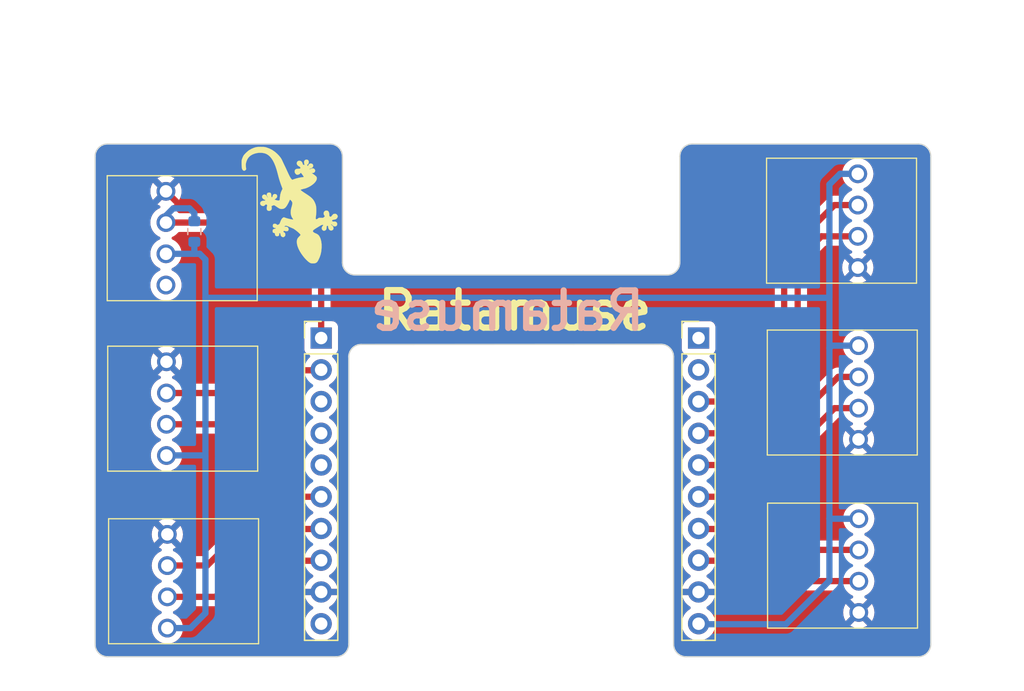
<source format=kicad_pcb>
(kicad_pcb (version 20221018) (generator pcbnew)
  (layers (0 "F.Cu" signal) (31 "B.Cu" signal) (34 "B.Paste" user) (35 "F.Paste" user) (36 "B.SilkS" user "B.Silkscreen") (37 "F.SilkS" user "F.Silkscreen") (38 "B.Mask" user) (39 "F.Mask" user) (44 "Edge.Cuts" user))
  (net 0 "")
  (net 4 "IO_37")
  (net 5 "IO_36")
  (net 7 "IO_48")
  (net 8 "IO_47")
  (net 9 "IO_21")
  (net 10 "GND")
  (net 12 "IO_09")
  (net 13 "IO_10")
  (net 14 "IO_11")
  (net 15 "IO_12")
  (net 16 "IO_13")
  (net 17 "IO_14")
  (net 18 "PMU_DC_DC5")
  (footprint "Empreintes:1989764" (layer "F.Cu") (at 168.32 105.46 90)
    (fp_text reference "J3" hide)
    (fp_text value "Conn_01x04" hide)
    (fp_line (start -1.25 -7.3) (end 8.75 -7.3) (stroke (width 0.1)) (layer "F.SilkS"))
    (fp_line (start -1.25 4.7) (end -1.25 -7.3) (stroke (width 0.1)) (layer "F.SilkS"))
    (fp_line (start 8.75 -7.3) (end 8.75 4.7) (stroke (width 0.1)) (layer "F.SilkS"))
    (fp_line (start 8.75 4.7) (end -1.25 4.7) (stroke (width 0.1)) (layer "F.SilkS"))
    (pad "1" thru_hole circle (at 0 0 90) (size 1.5 1.5) (drill 1) (layers "*.Cu" "*.Mask") (net 10 "GND"))
    (pad "2" thru_hole circle (at 2.5 0 90) (size 1.5 1.5) (drill 1) (layers "*.Cu" "*.Mask") (net 17 "IO_14"))
    (pad "3" thru_hole circle (at 5 0 90) (size 1.5 1.5) (drill 1) (layers "*.Cu" "*.Mask") (net 16 "IO_13"))
    (pad "4" thru_hole circle (at 7.5 0 90) (size 1.5 1.5) (drill 1) (layers "*.Cu" "*.Mask") (net 18 "PMU_DC_DC5"))
  )
  (footprint "Connector_PinHeader_2.54mm:PinHeader_1x10_P2.54mm_Vertical" (layer "F.Cu") (at 125.3 83.5)
    (fp_text reference "J1" hide)
    (fp_text value "Conn_01x10" hide)
    (fp_line (start -1.33 -1.33) (end 0 -1.33) (stroke (width 0.12)) (layer "F.SilkS"))
    (fp_line (start -1.33 0) (end -1.33 -1.33) (stroke (width 0.12)) (layer "F.SilkS"))
    (fp_line (start -1.33 1.27) (end -1.33 24.19) (stroke (width 0.12)) (layer "F.SilkS"))
    (fp_line (start -1.33 1.27) (end 1.33 1.27) (stroke (width 0.12)) (layer "F.SilkS"))
    (fp_line (start -1.33 24.19) (end 1.33 24.19) (stroke (width 0.12)) (layer "F.SilkS"))
    (fp_line (start 1.33 1.27) (end 1.33 24.19) (stroke (width 0.12)) (layer "F.SilkS"))
    (pad "1" thru_hole rect (at 0 0) (size 1.7 1.7) (drill 1) (layers "*.Cu" "*.Mask") (net 4 "IO_37"))
    (pad "2" thru_hole oval (at 0 2.54) (size 1.7 1.7) (drill 1) (layers "*.Cu" "*.Mask") (net 5 "IO_36"))
    (pad "3" thru_hole oval (at 0 5.08) (size 1.7 1.7) (drill 1) (layers "*.Cu" "*.Mask"))
    (pad "4" thru_hole oval (at 0 7.62) (size 1.7 1.7) (drill 1) (layers "*.Cu" "*.Mask"))
    (pad "5" thru_hole oval (at 0 10.16) (size 1.7 1.7) (drill 1) (layers "*.Cu" "*.Mask"))
    (pad "6" thru_hole oval (at 0 12.7) (size 1.7 1.7) (drill 1) (layers "*.Cu" "*.Mask") (net 7 "IO_48"))
    (pad "7" thru_hole oval (at 0 15.24) (size 1.7 1.7) (drill 1) (layers "*.Cu" "*.Mask") (net 8 "IO_47"))
    (pad "8" thru_hole oval (at 0 17.78) (size 1.7 1.7) (drill 1) (layers "*.Cu" "*.Mask") (net 9 "IO_21"))
    (pad "9" thru_hole oval (at 0 20.32) (size 1.7 1.7) (drill 1) (layers "*.Cu" "*.Mask") (net 10 "GND"))
    (pad "10" thru_hole oval (at 0 22.86) (size 1.7 1.7) (drill 1) (layers "*.Cu" "*.Mask"))
  )
  (footprint "Connector_PinHeader_2.54mm:PinHeader_1x10_P2.54mm_Vertical" (layer "F.Cu") (at 155.5 83.5)
    (fp_text reference " " hide)
    (fp_text value "Conn_01x10" hide)
    (fp_line (start -1.33 -1.33) (end 0 -1.33) (stroke (width 0.12)) (layer "F.SilkS"))
    (fp_line (start -1.33 0) (end -1.33 -1.33) (stroke (width 0.12)) (layer "F.SilkS"))
    (fp_line (start -1.33 1.27) (end -1.33 24.19) (stroke (width 0.12)) (layer "F.SilkS"))
    (fp_line (start -1.33 1.27) (end 1.33 1.27) (stroke (width 0.12)) (layer "F.SilkS"))
    (fp_line (start -1.33 24.19) (end 1.33 24.19) (stroke (width 0.12)) (layer "F.SilkS"))
    (fp_line (start 1.33 1.27) (end 1.33 24.19) (stroke (width 0.12)) (layer "F.SilkS"))
    (pad "1" thru_hole rect (at 0 0) (size 1.7 1.7) (drill 1) (layers "*.Cu" "*.Mask"))
    (pad "2" thru_hole oval (at 0 2.54) (size 1.7 1.7) (drill 1) (layers "*.Cu" "*.Mask"))
    (pad "3" thru_hole oval (at 0 5.08) (size 1.7 1.7) (drill 1) (layers "*.Cu" "*.Mask") (net 12 "IO_09"))
    (pad "4" thru_hole oval (at 0 7.62) (size 1.7 1.7) (drill 1) (layers "*.Cu" "*.Mask") (net 13 "IO_10"))
    (pad "5" thru_hole oval (at 0 10.16) (size 1.7 1.7) (drill 1) (layers "*.Cu" "*.Mask") (net 14 "IO_11"))
    (pad "6" thru_hole oval (at 0 12.7) (size 1.7 1.7) (drill 1) (layers "*.Cu" "*.Mask") (net 15 "IO_12"))
    (pad "7" thru_hole oval (at 0 15.24) (size 1.7 1.7) (drill 1) (layers "*.Cu" "*.Mask") (net 16 "IO_13"))
    (pad "8" thru_hole oval (at 0 17.78) (size 1.7 1.7) (drill 1) (layers "*.Cu" "*.Mask") (net 17 "IO_14"))
    (pad "9" thru_hole oval (at 0 20.32) (size 1.7 1.7) (drill 1) (layers "*.Cu" "*.Mask") (net 10 "GND"))
    (pad "10" thru_hole oval (at 0 22.86) (size 1.7 1.7) (drill 1) (layers "*.Cu" "*.Mask") (net 18 "PMU_DC_DC5"))
  )
  (footprint "Empreintes:1989764" (layer "F.Cu") (at 168.24 77.86 90)
    (fp_text reference "J8" hide)
    (fp_text value "Conn_01x04" hide)
    (fp_line (start -1.25 -7.3) (end 8.75 -7.3) (stroke (width 0.1)) (layer "F.SilkS"))
    (fp_line (start -1.25 4.7) (end -1.25 -7.3) (stroke (width 0.1)) (layer "F.SilkS"))
    (fp_line (start 8.75 -7.3) (end 8.75 4.7) (stroke (width 0.1)) (layer "F.SilkS"))
    (fp_line (start 8.75 4.7) (end -1.25 4.7) (stroke (width 0.1)) (layer "F.SilkS"))
    (pad "1" thru_hole circle (at 0 0 90) (size 1.5 1.5) (drill 1) (layers "*.Cu" "*.Mask") (net 10 "GND"))
    (pad "2" thru_hole circle (at 2.5 0 90) (size 1.5 1.5) (drill 1) (layers "*.Cu" "*.Mask") (net 13 "IO_10"))
    (pad "3" thru_hole circle (at 5 0 90) (size 1.5 1.5) (drill 1) (layers "*.Cu" "*.Mask") (net 12 "IO_09"))
    (pad "4" thru_hole circle (at 7.5 0 90) (size 1.5 1.5) (drill 1) (layers "*.Cu" "*.Mask") (net 18 "PMU_DC_DC5"))
  )
  (footprint "Empreintes:Logo Ratamuse petit" (layer "F.Cu") (at 122.77 72.87 -90)
    (fp_text reference "G***" hide)
    (fp_text value "LOGO" hide)
    (fp_poly (pts (xy 0.92646 -3.851012) (xy 0.975375 -3.832231) (xy 0.987492 -3.826616) (xy 1.058472 -3.784073) (xy 1.106502 -3.730504) (xy 1.136346 -3.658484) (xy 1.151705 -3.570758) (xy 1.167345 -3.481455) (xy 1.191309 -3.424492) (xy 1.223965 -3.399294) (xy 1.258561 -3.402319) (xy 1.292456 -3.429892) (xy 1.309071 -3.482501) (xy 1.309054 -3.562421) (xy 1.307769 -3.57584) (xy 1.306864 -3.63889) (xy 1.322749 -3.690264) (xy 1.337045 -3.715754) (xy 1.375571 -3.767554) (xy 1.418141 -3.796553) (xy 1.476004 -3.808549) (xy 1.519935 -3.81) (xy 1.595565 -3.798401) (xy 1.650068 -3.761526) (xy 1.687909 -3.696257) (xy 1.689711 -3.691467) (xy 1.702535 -3.613164) (xy 1.682362 -3.536303) (xy 1.628822 -3.459754) (xy 1.606455 -3.436926) (xy 1.552926 -3.381196) (xy 1.527514 -3.343425) (xy 1.529958 -3.323084) (xy 1.548316 -3.318934) (xy 1.570805 -3.332555) (xy 1.598674 -3.366823) (xy 1.609263 -3.384109) (xy 1.665758 -3.450716) (xy 1.720866 -3.485709) (xy 1.810631 -3.5166) (xy 1.888322 -3.516699) (xy 1.952792 -3.486223) (xy 1.998062 -3.433656) (xy 2.02699 -3.358816) (xy 2.025069 -3.285729) (xy 1.995235 -3.21849) (xy 1.940422 -3.161195) (xy 1.863568 -3.117939) (xy 1.767608 -3.092819) (xy 1.752372 -3.090934) (xy 1.690531 -3.083164) (xy 1.656875 -3.073167) (xy 1.645841 -3.055925) (xy 1.651863 -3.026419) (xy 1.659047 -3.00677) (xy 1.670194 -2.983812) (xy 1.687404 -2.970788) (xy 1.719244 -2.964904) (xy 1.77428 -2.963367) (xy 1.79223 -2.963334) (xy 1.881368 -2.956534) (xy 1.946379 -2.933592) (xy 1.994679 -2.890691) (xy 2.023871 -2.844146) (xy 2.046389 -2.769569) (xy 2.035977 -2.699793) (xy 1.993526 -2.637877) (xy 1.954658 -2.606825) (xy 1.8809 -2.577207) (xy 1.800502 -2.577197) (xy 1.720594 -2.605461) (xy 1.648303 -2.660667) (xy 1.644305 -2.66487) (xy 1.609404 -2.692939) (xy 1.585699 -2.693738) (xy 1.57337 -2.672025) (xy 1.572598 -2.632556) (xy 1.583563 -2.580085) (xy 1.606445 -2.51937) (xy 1.63664 -2.462804) (xy 1.67646 -2.397644) (xy 1.724071 -2.319187) (xy 1.7699 -2.243213) (xy 1.774712 -2.2352) (xy 1.840555 -2.126879) (xy 1.892918 -2.044241) (xy 1.934628 -1.98329) (xy 1.968515 -1.94003) (xy 1.997406 -1.910464) (xy 2.013712 -1.897498) (xy 2.055977 -1.870982) (xy 2.087413 -1.866258) (xy 2.121452 -1.884144) (xy 2.148271 -1.905696) (xy 2.190947 -1.95788) (xy 2.234431 -2.042972) (xy 2.252589 -2.087729) (xy 2.302417 -2.196538) (xy 2.363114 -2.284816) (xy 2.439874 -2.357019) (xy 2.537891 -2.417604) (xy 2.66236 -2.471025) (xy 2.724657 -2.492688) (xy 2.914117 -2.539861) (xy 3.127793 -2.564646) (xy 3.364438 -2.566986) (xy 3.622803 -2.546821) (xy 3.691466 -2.538145) (xy 3.92602 -2.490424) (xy 4.161181 -2.41168) (xy 4.390828 -2.30408) (xy 4.456088 -2.267456) (xy 4.519904 -2.227244) (xy 4.562569 -2.190755) (xy 4.594 -2.148243) (xy 4.612721 -2.113537) (xy 4.635092 -2.06333) (xy 4.648421 -2.015655) (xy 4.654885 -1.958662) (xy 4.656661 -1.880505) (xy 4.656666 -1.874413) (xy 4.655513 -1.797909) (xy 4.650302 -1.743045) (xy 4.638404 -1.697628) (xy 4.617191 -1.64946) (xy 4.601726 -1.619504) (xy 4.555867 -1.548825) (xy 4.48703 -1.46405) (xy 4.400149 -1.37027) (xy 4.300152 -1.272576) (xy 4.191972 -1.176058) (xy 4.097372 -1.098826) (xy 3.887221 -0.945922) (xy 3.682151 -0.818626) (xy 3.484066 -0.717727) (xy 3.294865 -0.644017) (xy 3.11645 -0.598286) (xy 2.950723 -0.581324) (xy 2.861733 -0.584924) (xy 2.765504 -0.600731) (xy 2.683938 -0.630344) (xy 2.60751 -0.678751) (xy 2.526694 -0.750938) (xy 2.507551 -0.770329) (xy 2.457724 -0.819198) (xy 2.414697 -0.856952) (xy 2.385055 -0.878) (xy 2.377734 -0.880534) (xy 2.344605 -0.866645) (xy 2.293979 -0.825791) (xy 2.227137 -0.75919) (xy 2.14536 -0.668059) (xy 2.108374 -0.624559) (xy 2.05316 -0.556599) (xy 1.998214 -0.485243) (xy 1.947627 -0.416248) (xy 1.905489 -0.355367) (xy 1.875892 -0.308357) (xy 1.862924 -0.280973) (xy 1.862666 -0.27884) (xy 1.856091 -0.261319) (xy 1.837929 -0.218346) (xy 1.810527 -0.155338) (xy 1.776231 -0.077713) (xy 1.7526 -0.024764) (xy 1.702547 0.090843) (xy 1.668102 0.181135) (xy 1.648516 0.250454) (xy 1.64304 0.303138) (xy 1.650926 0.34353) (xy 1.671426 0.37597) (xy 1.681691 0.386483) (xy 1.720849 0.423271) (xy 1.72085 0.313059) (xy 1.728286 0.224259) (xy 1.752943 0.16056) (xy 1.798339 0.116089) (xy 1.854948 0.089343) (xy 1.91654 0.074884) (xy 1.973467 0.080969) (xy 1.982644 0.083509) (xy 2.037192 0.111791) (xy 2.069947 0.15973) (xy 2.081552 0.22965) (xy 2.072652 0.323875) (xy 2.062668 0.372498) (xy 2.052122 0.42563) (xy 2.052019 0.455759) (xy 2.062742 0.47222) (xy 2.066901 0.475131) (xy 2.113089 0.490281) (xy 2.150364 0.475897) (xy 2.166848 0.450359) (xy 2.203402 0.388756) (xy 2.258674 0.35241) (xy 2.336671 0.338879) (xy 2.350152 0.338666) (xy 2.407636 0.341263) (xy 2.446588 0.352959) (xy 2.482188 0.37961) (xy 2.499359 0.396239) (xy 2.539989 0.446049) (xy 2.555972 0.493555) (xy 2.55687 0.510539) (xy 2.541112 0.586529) (xy 2.497993 0.651158) (xy 2.433473 0.699106) (xy 2.353515 0.725051) (xy 2.313074 0.728133) (xy 2.273157 0.731246) (xy 2.252627 0.738926) (xy 2.251902 0.740833) (xy 2.247723 0.765803) (xy 2.24146 0.791633) (xy 2.237961 0.813265) (xy 2.247243 0.824638) (xy 2.27658 0.829033) (xy 2.325968 0.829733) (xy 2.392831 0.835518) (xy 2.43661 0.856848) (xy 2.463738 0.899684) (xy 2.480644 0.96999) (xy 2.481231 0.973666) (xy 2.483889 1.028285) (xy 2.468034 1.07456) (xy 2.451883 1.100666) (xy 2.423701 1.136807) (xy 2.393882 1.155398) (xy 2.348846 1.163348) (xy 2.325482 1.164983) (xy 2.274209 1.169471) (xy 2.247013 1.179073) (xy 2.234115 1.199672) (xy 2.22844 1.223365) (xy 2.208357 1.291578) (xy 2.177029 1.332161) (xy 2.127429 1.351089) (xy 2.073942 1.354666) (xy 2.008946 1.350516) (xy 1.966853 1.336301) (xy 1.948432 1.321899) (xy 1.922712 1.283186) (xy 1.89883 1.227) (xy 1.882898 1.169463) (xy 1.879694 1.140578) (xy 1.865973 1.118497) (xy 1.852815 1.110945) (xy 1.821548 1.101455) (xy 1.815824 1.108673) (xy 1.821012 1.118698) (xy 1.827189 1.155426) (xy 1.817023 1.206548) (xy 1.794275 1.259203) (xy 1.769961 1.293337) (xy 1.736401 1.321869) (xy 1.696487 1.334941) (xy 1.645217 1.337733) (xy 1.567941 1.32754) (xy 1.515919 1.297754) (xy 1.490978 1.249567) (xy 1.489273 1.236133) (xy 1.487624 1.156583) (xy 1.497299 1.098872) (xy 1.520964 1.052097) (xy 1.540206 1.027881) (xy 1.59028 0.97085) (xy 1.553851 0.896058) (xy 1.532832 0.854307) (xy 1.51368 0.825845) (xy 1.488693 0.804835) (xy 1.450168 0.785438) (xy 1.390402 0.761816) (xy 1.363133 0.751505) (xy 1.237982 0.700638) (xy 1.142308 0.653099) (xy 1.072208 0.606495) (xy 1.023777 0.558435) (xy 1.006246 0.532731) (xy 0.96457 0.461617) (xy 1.024564 0.285842) (xy 1.047079 0.213478) (xy 1.070408 0.127626) (xy 1.093109 0.035034) (xy 1.11374 -0.057546) (xy 1.13086 -0.143365) (xy 1.143027 -0.215671) (xy 1.1488 -0.267715) (xy 1.147687 -0.290739) (xy 1.132549 -0.290619) (xy 1.098855 -0.272892) (xy 1.058334 -0.244657) (xy 0.927261 -0.165699) (xy 0.778812 -0.114914) (xy 0.614902 -0.092637) (xy 0.437444 -0.099205) (xy 0.328284 -0.116519) (xy 0.25854 -0.131324) (xy 0.200839 -0.145028) (xy 0.163704 -0.15554) (xy 0.155583 -0.1589) (xy 0.131684 -0.16729) (xy 0.083144 -0.180204) (xy 0.018516 -0.195444) (xy -0.015386 -0.20287) (xy -0.089834 -0.218023) (xy -0.141291 -0.22553) (xy -0.17969 -0.22568) (xy -0.214964 -0.218763) (xy -0.244082 -0.209542) (xy -0.291274 -0.186126) (xy -0.342774 -0.149623) (xy -0.390292 -0.107439) (xy -0.425537 -0.066978) (xy -0.440221 -0.035645) (xy -0.440267 -0.034303) (xy -0.425888 -0.018407) (xy -0.3937 -0.004718) (xy -0.361616 0.007775) (xy -0.306715 0.03265) (xy -0.236158 0.066534) (xy -0.157106 0.106054) (xy -0.140799 0.114393) (xy 0.001475 0.192989) (xy 0.113031 0.268169) (xy 0.196378 0.343078) (xy 0.254024 0.420863) (xy 0.288476 0.504669) (xy 0.302242 0.597642) (xy 0.301005 0.668597) (xy 0.29501 0.717501) (xy 0.282535 0.765306) (xy 0.260938 0.81719) (xy 0.227574 0.878332) (xy 0.179802 0.953911) (xy 0.114978 1.049105) (xy 0.084833 1.0922) (xy 0.046462 1.150434) (xy 0.017227 1.201746) (xy 0.001924 1.237456) (xy 0.000752 1.244272) (xy 0.00663 1.278075) (xy 0.022554 1.32933) (xy 0.037202 1.36757) (xy 0.061512 1.41973) (xy 0.081013 1.444115) (xy 0.099729 1.445646) (xy 0.100702 1.445218) (xy 0.157084 1.430324) (xy 0.228525 1.425736) (xy 0.299348 1.431313) (xy 0.353875 1.446917) (xy 0.354965 1.447471) (xy 0.406762 1.49073) (xy 0.44002 1.551708) (xy 0.454335 1.621732) (xy 0.449303 1.692132) (xy 0.424523 1.754237) (xy 0.37959 1.799375) (xy 0.371538 1.803914) (xy 0.30122 1.824274) (xy 0.210045 1.825954) (xy 0.105418 1.808931) (xy 0.088919 1.804736) (xy 0.037209 1.791897) (xy 0.00691 1.789795) (xy -0.013226 1.800209) (xy -0.033848 1.824154) (xy -0.05747 1.859022) (xy -0.067721 1.883739) (xy -0.067734 1.884223) (xy -0.057032 1.904969) (xy -0.029324 1.941197) (xy 0 1.974694) (xy 0.040315 2.022724) (xy 0.060764 2.062133) (xy 0.067439 2.10605) (xy 0.06767 2.120521) (xy 0.053365 2.205384) (xy 0.014093 2.275001) (xy -0.044925 2.324442) (xy -0.118469 2.348776) (xy -0.173754 2.348514) (xy -0.246324 2.3257) (xy -0.300161 2.278262) (xy -0.336227 2.204613) (xy -0.355482 2.103164) (xy -0.35909 2.042125) (xy -0.363017 1.985595) (xy -0.372706 1.954887) (xy -0.390708 1.942109) (xy -0.391484 1.941899) (xy -0.416435 1.945897) (xy -0.431073 1.977987) (xy -0.431744 1.980944) (xy -0.456902 2.041854) (xy -0.501601 2.105771) (xy -0.555851 2.15913) (xy -0.571155 2.170176) (xy -0.620617 2.19126) (xy -0.67817 2.201124) (xy -0.68324 2.201221) (xy -0.748269 2.186045) (xy -0.802292 2.145719) (xy -0.840431 2.088403) (xy -0.857809 2.022253) (xy -0.849546 1.955428) (xy -0.841433 1.93665) (xy -0.810845 1.889157) (xy -0.768792 1.849008) (xy -0.706364 1.808271) (xy -0.681567 1.79433) (xy -0.639643 1.768716) (xy -0.613701 1.747852) (xy -0.609601 1.741015) (xy -0.612447 1.730152) (xy -0.625047 1.730961) (xy -0.653494 1.745792) (xy -0.703879 1.776997) (xy -0.705461 1.778) (xy -0.772986 1.814323) (xy -0.830026 1.826923) (xy -0.888646 1.817343) (xy -0.920494 1.805482) (xy -0.974915 1.765591) (xy -1.006148 1.702028) (xy -1.013366 1.616555) (xy -1.012855 1.608459) (xy -1.001794 1.551867) (xy -0.975099 1.511384) (xy -0.928073 1.484031) (xy -0.856016 1.466825) (xy -0.776167 1.458288) (xy -0.706667 1.452294) (xy -0.664434 1.445636) (xy -0.642897 1.436276) (xy -0.635484 1.422181) (xy -0.635001 1.414567) (xy -0.638642 1.395976) (xy -0.653732 1.381787) (xy -0.686517 1.369145) (xy -0.743243 1.355194) (xy -0.783692 1.346595) (xy -0.828993 1.322044) (xy -0.867893 1.275016) (xy -0.892612 1.216872) (xy -0.897404 1.180556) (xy -0.884057 1.097785) (xy -0.846365 1.036396) (xy -0.788221 0.99941) (xy -0.713521 0.98985) (xy -0.662739 0.998437) (xy -0.620869 1.014101) (xy -0.583097 1.040254) (xy -0.542873 1.082881) (xy -0.493645 1.147962) (xy -0.483762 1.1619) (xy -0.451056 1.208315) (xy -0.411795 1.091926) (xy -0.385222 0.995143) (xy -0.37391 0.910877) (xy -0.378249 0.845209) (xy -0.393701 0.80958) (xy -0.412218 0.796935) (xy -0.448226 0.787283) (xy -0.506809 0.779771) (xy -0.593055 0.773546) (xy -0.616195 0.772268) (xy -0.836018 0.745047) (xy -1.041922 0.687696) (xy -1.217088 0.609018) (xy -1.30811 0.559759) (xy -1.598088 0.66754) (xy -1.760235 0.725974) (xy -1.919086 0.779128) (xy -2.082957 0.829517) (xy -2.260164 0.879652) (xy -2.459022 0.932046) (xy -2.548467 0.954695) (xy -2.847834 1.03693) (xy -3.11467 1.125507) (xy -3.349797 1.220883) (xy -3.554037 1.323514) (xy -3.728211 1.433857) (xy -3.873139 1.552367) (xy -3.989644 1.679503) (xy -4.070359 1.800753) (xy -4.120835 1.904781) (xy -4.156617 2.013497) (xy -4.180171 2.13645) (xy -4.193667 2.278355) (xy -4.192259 2.454382) (xy -4.168019 2.631517) (xy -4.123082 2.803058) (xy -4.059584 2.962301) (xy -3.979661 3.102546) (xy -3.898934 3.203357) (xy -3.794909 3.298838) (xy -3.682522 3.373024) (xy -3.552354 3.431436) (xy -3.456125 3.462869) (xy -3.382584 3.482494) (xy -3.316107 3.49514) (xy -3.248862 3.501038) (xy -3.173015 3.500415) (xy -3.080733 3.4935) (xy -2.964184 3.480523) (xy -2.94254 3.477872) (xy -2.890758 3.474019) (xy -2.856481 3.481986) (xy -2.824057 3.506698) (xy -2.811307 3.519155) (xy -2.769196 3.580111) (xy -2.758535 3.642999) (xy -2.777563 3.703119) (xy -2.824518 3.755767) (xy -2.89764 3.796242) (xy -2.917697 3.803247) (xy -2.969805 3.814132) (xy -3.047585 3.823424) (xy -3.142871 3.830822) (xy -3.247493 3.836025) (xy -3.353283 3.838729) (xy -3.452073 3.838635) (xy -3.535693 3.835438) (xy -3.595976 3.828839) (xy -3.598334 3.828395) (xy -3.679304 3.806817) (xy -3.775029 3.772629) (xy -3.871703 3.731422) (xy -3.955522 3.68879) (xy -3.981463 3.673167) (xy -4.040405 3.62852) (xy -4.112544 3.56356) (xy -4.191115 3.485327) (xy -4.269353 3.400866) (xy -4.340491 3.31722) (xy -4.397765 3.24143) (xy -4.401693 3.2357) (xy -4.504773 3.058687) (xy -4.588026 2.863092) (xy -4.626114 2.742068) (xy -4.640597 2.685213) (xy -4.650996 2.632234) (xy -4.657936 2.575787) (xy -4.66204 2.50853) (xy -4.663935 2.423119) (xy -4.664245 2.312211) (xy -4.664198 2.294466) (xy -4.663506 2.182647) (xy -4.661709 2.097422) (xy -4.658055 2.031519) (xy -4.651789 1.977668) (xy -4.642158 1.928597) (xy -4.628406 1.877035) (xy -4.616967 1.838953) (xy -4.526549 1.596139) (xy -4.409407 1.371686) (xy -4.26338 1.161959) (xy -4.111537 0.989039) (xy -3.968654 0.850044) (xy -3.835055 0.738839) (xy -3.706456 0.652186) (xy -3.5814 0.588071) (xy -3.513588 0.557732) (xy -3.426146 0.517478) (xy -3.329844 0.472318) (xy -3.235452 0.427266) (xy -3.2258 0.422606) (xy -3.136492 0.379641) (xy -3.04828 0.337575) (xy -2.970378 0.30078) (xy -2.912004 0.273627) (xy -2.904067 0.270003) (xy -2.729851 0.190477) (xy -2.583833 0.122954) (xy -2.463144 0.065967) (xy -2.364909 0.018045) (xy -2.286257 -0.022279) (xy -2.224316 -0.056474) (xy -2.176214 -0.08601) (xy -2.139078 -0.112355) (xy -2.112182 -0.13499) (xy -2.028838 -0.211667) (xy -2.054442 -0.2794) (xy -2.092405 -0.387197) (xy -2.129812 -0.506521) (xy -2.164066 -0.627886) (xy -2.192566 -0.741808) (xy -2.212715 -0.838801) (xy -2.219206 -0.880776) (xy -2.231731 -0.97835) (xy -2.24125 -1.04723) (xy -2.248764 -1.092349) (xy -2.255275 -1.118642) (xy -2.261783 -1.131043) (xy -2.269293 -1.134485) (xy -2.270726 -1.134534) (xy -2.293258 -1.125186) (xy -2.334577 -1.100432) (xy -2.387781 -1.065207) (xy -2.445966 -1.024446) (xy -2.502228 -0.983084) (xy -2.549665 -0.946056) (xy -2.581372 -0.918296) (xy -2.590801 -0.905726) (xy -2.578303 -0.884315) (xy -2.547367 -0.855067) (xy -2.538444 -0.848194) (xy -2.481043 -0.78538) (xy -2.446992 -0.701796) (xy -2.4384 -0.625086) (xy -2.44283 -0.577187) (xy -2.460582 -0.538459) (xy -2.498356 -0.494888) (xy -2.502737 -0.49048) (xy -2.578195 -0.434374) (xy -2.662597 -0.40987) (xy -2.759784 -0.415893) (xy -2.765019 -0.416971) (xy -2.831039 -0.442915) (xy -2.876715 -0.49019) (xy -2.903814 -0.561762) (xy -2.914105 -0.660593) (xy -2.914222 -0.667138) (xy -2.916711 -0.734103) (xy -2.921591 -0.792842) (xy -2.927616 -0.829734) (xy -2.949451 -0.866766) (xy -2.983208 -0.877083) (xy -3.023774 -0.86324) (xy -3.066036 -0.827791) (xy -3.104881 -0.773292) (xy -3.12499 -0.731099) (xy -3.16401 -0.670389) (xy -3.223564 -0.617909) (xy -3.291438 -0.583084) (xy -3.3274 -0.574922) (xy -3.403807 -0.581339) (xy -3.474762 -0.612606) (xy -3.513999 -0.646949) (xy -3.546389 -0.709268) (xy -3.557422 -0.78608) (xy -3.546772 -0.865331) (xy -3.521495 -0.9239) (xy -3.480602 -0.968842) (xy -3.421501 -1.010027) (xy -3.357591 -1.039618) (xy -3.306081 -1.049867) (xy -3.267044 -1.064929) (xy -3.234864 -1.102716) (xy -3.218109 -1.152128) (xy -3.217334 -1.164843) (xy -3.223609 -1.193778) (xy -3.246004 -1.196223) (xy -3.246967 -1.195949) (xy -3.346799 -1.170149) (xy -3.423517 -1.158889) (xy -3.484625 -1.162231) (xy -3.537624 -1.180235) (xy -3.569318 -1.198536) (xy -3.620385 -1.250294) (xy -3.646807 -1.316533) (xy -3.648056 -1.387959) (xy -3.623606 -1.455278) (xy -3.586345 -1.498965) (xy -3.53419 -1.530351) (xy -3.47042 -1.540816) (xy -3.460727 -1.540934) (xy -3.403766 -1.535059) (xy -3.349037 -1.519969) (xy -3.306398 -1.499468) (xy -3.285705 -1.477359) (xy -3.285067 -1.473156) (xy -3.272309 -1.453169) (xy -3.243869 -1.430054) (xy -3.205302 -1.412749) (xy -3.170753 -1.420191) (xy -3.167669 -1.421793) (xy -3.138573 -1.443943) (xy -3.139321 -1.465546) (xy -3.171197 -1.489316) (xy -3.207776 -1.506599) (xy -3.281746 -1.551859) (xy -3.325645 -1.611975) (xy -3.340478 -1.688335) (xy -3.340485 -1.690261) (xy -3.326928 -1.773428) (xy -3.289412 -1.837221) (xy -3.232674 -1.878005) (xy -3.16145 -1.892145) (xy -3.09279 -1.880411) (xy -3.029115 -1.84463) (xy -2.980681 -1.782807) (xy -2.945458 -1.693334) (xy -2.925896 -1.633126) (xy -2.908255 -1.601172) (xy -2.889115 -1.592281) (xy -2.880088 -1.594082) (xy -2.876005 -1.611656) (xy -2.890219 -1.652112) (xy -2.904006 -1.679878) (xy -2.939146 -1.773804) (xy -2.9464 -1.846652) (xy -2.943325 -1.903355) (xy -2.929806 -1.942605) (xy -2.899409 -1.980579) (xy -2.888827 -1.99136) (xy -2.84356 -2.029667) (xy -2.800436 -2.046314) (xy -2.764111 -2.048934) (xy -2.689379 -2.03384) (xy -2.630116 -1.992218) (xy -2.590748 -1.929552) (xy -2.575699 -1.85133) (xy -2.577413 -1.817489) (xy -2.58046 -1.779838) (xy -2.576268 -1.771981) (xy -2.56661 -1.785277) (xy -2.549738 -1.810495) (xy -2.517335 -1.856295) (xy -2.474106 -1.916103) (xy -2.426188 -1.981409) (xy -2.363131 -2.063273) (xy -2.311516 -2.120242) (xy -2.265479 -2.156532) (xy -2.219156 -2.176358) (xy -2.166686 -2.183938) (xy -2.143774 -2.184484) (xy -2.048376 -2.168663) (xy -1.947479 -2.122724) (xy -1.843843 -2.049393) (xy -1.740228 -1.951399) (xy -1.639393 -1.831466) (xy -1.544098 -1.692322) (xy -1.457102 -1.536694) (xy -1.42872 -1.477961) (xy -1.395052 -1.401842) (xy -1.365916 -1.329421) (xy -1.345234 -1.270794) (xy -1.338206 -1.24499) (xy -1.322439 -1.174456) (xy -1.303366 -1.098246) (xy -1.283201 -1.024171) (xy -1.264153 -0.960039) (xy -1.248435 -0.913662) (xy -1.238591 -0.893151) (xy -1.220966 -0.891936) (xy -1.192223 -0.913893) (xy -1.151395 -0.960258) (xy -1.097514 -1.032265) (xy -1.029613 -1.131153) (xy -0.946725 -1.258156) (xy -0.919126 -1.301399) (xy -0.813485 -1.462992) (xy -0.7185 -1.597419) (xy -0.630771 -1.708326) (xy -0.546894 -1.799358) (xy -0.46347 -1.874162) (xy -0.377096 -1.936381) (xy -0.284371 -1.989663) (xy -0.270237 -1.996843) (xy -0.180761 -2.037803) (xy -0.086024 -2.074894) (xy -0.000413 -2.102663) (xy 0.028239 -2.109982) (xy 0.133042 -2.126956) (xy 0.263252 -2.137214) (xy 0.411078 -2.140718) (xy 0.568726 -2.13743) (xy 0.728403 -2.127315) (xy 0.855133 -2.113931) (xy 0.94591 -2.102768) (xy 1.00926 -2.096351) (xy 1.051282 -2.094648) (xy 1.078078 -2.097626) (xy 1.095748 -2.105254) (xy 1.105139 -2.11261) (xy 1.12448 -2.142214) (xy 1.120928 -2.180059) (xy 1.093145 -2.230966) (xy 1.060159 -2.274973) (xy 1.036398 -2.305899) (xy 1.021344 -2.332771) (xy 1.013267 -2.364132) (xy 1.010437 -2.408525) (xy 1.011123 -2.474492) (xy 1.012085 -2.512285) (xy 1.016638 -2.683934) (xy 0.889 -2.828168) (xy 0.814485 -2.777218) (xy 0.732427 -2.737437) (xy 0.650415 -2.725951) (xy 0.573832 -2.739852) (xy 0.508063 -2.776232) (xy 0.458492 -2.832184) (xy 0.430503 -2.904801) (xy 0.428668 -2.985559) (xy 0.444459 -3.040285) (xy 0.471409 -3.087159) (xy 0.475177 -3.091445) (xy 0.531567 -3.131841) (xy 0.610331 -3.162282) (xy 0.700639 -3.179461) (xy 0.770632 -3.181601) (xy 0.839246 -3.183318) (xy 0.882872 -3.199187) (xy 0.908972 -3.233666) (xy 0.920826 -3.27133) (xy 0.923415 -3.297026) (xy 0.914179 -3.320318) (xy 0.888062 -3.348083) (xy 0.840006 -3.3872) (xy 0.829907 -3.394999) (xy 0.778456 -3.436755) (xy 0.737161 -3.47424) (xy 0.714152 -3.500017) (xy 0.713059 -3.50187) (xy 0.700462 -3.543426) (xy 0.692581 -3.604517) (xy 0.691055 -3.670951) (xy 0.691805 -3.685935) (xy 0.709257 -3.734885) (xy 0.749255 -3.784926) (xy 0.802307 -3.826161) (xy 0.844544 -3.845232) (xy 0.888011 -3.854673) (xy 0.92646 -3.851012)) (stroke (width 0.01)) (fill solid) (layer "F.SilkS"))
  )
  (footprint "Empreintes:1989764" (layer "F.Cu") (at 112.88 71.76 -90)
    (fp_text reference "J7" hide)
    (fp_text value "Conn_01x03" hide)
    (fp_line (start -1.25 -7.3) (end 8.75 -7.3) (stroke (width 0.1)) (layer "F.SilkS"))
    (fp_line (start -1.25 4.7) (end -1.25 -7.3) (stroke (width 0.1)) (layer "F.SilkS"))
    (fp_line (start 8.75 -7.3) (end 8.75 4.7) (stroke (width 0.1)) (layer "F.SilkS"))
    (fp_line (start 8.75 4.7) (end -1.25 4.7) (stroke (width 0.1)) (layer "F.SilkS"))
    (pad "1" thru_hole circle (at 0 0 270) (size 1.5 1.5) (drill 1) (layers "*.Cu" "*.Mask") (net 10 "GND"))
    (pad "2" thru_hole circle (at 2.5 0 270) (size 1.5 1.5) (drill 1) (layers "*.Cu" "*.Mask") (net 4 "IO_37"))
    (pad "3" thru_hole circle (at 5 0 270) (size 1.5 1.5) (drill 1) (layers "*.Cu" "*.Mask") (net 18 "PMU_DC_DC5"))
    (pad "4" thru_hole circle (at 7.5 0 270) (size 1.5 1.5) (drill 1) (layers "*.Cu" "*.Mask"))
  )
  (footprint "Empreintes:1989764" (layer "F.Cu") (at 168.3 91.61 90)
    (fp_text reference "J4" hide)
    (fp_text value "Conn_01x04" hide)
    (fp_line (start -1.25 -7.3) (end 8.75 -7.3) (stroke (width 0.1)) (layer "F.SilkS"))
    (fp_line (start -1.25 4.7) (end -1.25 -7.3) (stroke (width 0.1)) (layer "F.SilkS"))
    (fp_line (start 8.75 -7.3) (end 8.75 4.7) (stroke (width 0.1)) (layer "F.SilkS"))
    (fp_line (start 8.75 4.7) (end -1.25 4.7) (stroke (width 0.1)) (layer "F.SilkS"))
    (pad "1" thru_hole circle (at 0 0 90) (size 1.5 1.5) (drill 1) (layers "*.Cu" "*.Mask") (net 10 "GND"))
    (pad "2" thru_hole circle (at 2.5 0 90) (size 1.5 1.5) (drill 1) (layers "*.Cu" "*.Mask") (net 15 "IO_12"))
    (pad "3" thru_hole circle (at 5 0 90) (size 1.5 1.5) (drill 1) (layers "*.Cu" "*.Mask") (net 14 "IO_11"))
    (pad "4" thru_hole circle (at 7.5 0 90) (size 1.5 1.5) (drill 1) (layers "*.Cu" "*.Mask") (net 18 "PMU_DC_DC5"))
  )
  (footprint "Empreintes:1989764" (layer "F.Cu") (at 112.92 85.4 -90)
    (fp_text reference "J6" hide)
    (fp_text value "Conn_01x04" hide)
    (fp_line (start -1.25 -7.3) (end 8.75 -7.3) (stroke (width 0.1)) (layer "F.SilkS"))
    (fp_line (start -1.25 4.7) (end -1.25 -7.3) (stroke (width 0.1)) (layer "F.SilkS"))
    (fp_line (start 8.75 -7.3) (end 8.75 4.7) (stroke (width 0.1)) (layer "F.SilkS"))
    (fp_line (start 8.75 4.7) (end -1.25 4.7) (stroke (width 0.1)) (layer "F.SilkS"))
    (pad "1" thru_hole circle (at 0 0 270) (size 1.5 1.5) (drill 1) (layers "*.Cu" "*.Mask") (net 10 "GND"))
    (pad "2" thru_hole circle (at 2.5 0 270) (size 1.5 1.5) (drill 1) (layers "*.Cu" "*.Mask") (net 5 "IO_36"))
    (pad "3" thru_hole circle (at 5 0 270) (size 1.5 1.5) (drill 1) (layers "*.Cu" "*.Mask") (net 7 "IO_48"))
    (pad "4" thru_hole circle (at 7.5 0 270) (size 1.5 1.5) (drill 1) (layers "*.Cu" "*.Mask") (net 18 "PMU_DC_DC5"))
  )
  (footprint "Empreintes:1989764" (layer "F.Cu") (at 112.99 99.21 -90)
    (fp_text reference "J5" hide)
    (fp_text value "Conn_01x04" hide)
    (fp_line (start -1.25 -7.3) (end 8.75 -7.3) (stroke (width 0.1)) (layer "F.SilkS"))
    (fp_line (start -1.25 4.7) (end -1.25 -7.3) (stroke (width 0.1)) (layer "F.SilkS"))
    (fp_line (start 8.75 -7.3) (end 8.75 4.7) (stroke (width 0.1)) (layer "F.SilkS"))
    (fp_line (start 8.75 4.7) (end -1.25 4.7) (stroke (width 0.1)) (layer "F.SilkS"))
    (pad "1" thru_hole circle (at 0 0 270) (size 1.5 1.5) (drill 1) (layers "*.Cu" "*.Mask") (net 10 "GND"))
    (pad "2" thru_hole circle (at 2.5 0 270) (size 1.5 1.5) (drill 1) (layers "*.Cu" "*.Mask") (net 8 "IO_47"))
    (pad "3" thru_hole circle (at 5 0 270) (size 1.5 1.5) (drill 1) (layers "*.Cu" "*.Mask") (net 9 "IO_21"))
    (pad "4" thru_hole circle (at 7.5 0 270) (size 1.5 1.5) (drill 1) (layers "*.Cu" "*.Mask") (net 18 "PMU_DC_DC5"))
  )
  (footprint "Resistor_SMD:R_0603_1608Metric" (layer "B.Cu") (at 115.15 74.98 90)
    (fp_text reference "R1" hide)
    (fp_text value "4.7k")
    (fp_line (start -0.237258 -0.5225) (end 0.237258 -0.5225) (stroke (width 0.12)) (layer "B.SilkS"))
    (fp_line (start -0.237258 0.5225) (end 0.237258 0.5225) (stroke (width 0.12)) (layer "B.SilkS"))
    (pad "1" smd roundrect (at -0.825 0 90) (size 0.8 0.95) (layers "B.Cu" "B.Paste" "B.Mask") (net 18 "PMU_DC_DC5"))
    (pad "2" smd roundrect (at 0.825 0 90) (size 0.8 0.95) (layers "B.Cu" "B.Paste" "B.Mask") (net 4 "IO_37"))
  )
  (gr_line (start 155 67.97) (end 173.08 67.97) (stroke (width 0.1)) (layer "Edge.Cuts"))
  (gr_arc (start 126 67.97) (mid 126.707107 68.262893) (end 127 68.97) (stroke (width 0.1)) (layer "Edge.Cuts"))
  (gr_line (start 152.5 84) (end 128.5 84.01) (stroke (width 0.1)) (layer "Edge.Cuts"))
  (gr_line (start 153.5 85) (end 153.5 108) (stroke (width 0.1)) (layer "Edge.Cuts"))
  (gr_arc (start 154 68.97) (mid 154.292893 68.262893) (end 155 67.97) (stroke (width 0.1)) (layer "Edge.Cuts"))
  (gr_line (start 174.08 68.97) (end 174.08 108) (stroke (width 0.1)) (layer "Edge.Cuts"))
  (gr_arc (start 108.21 109) (mid 107.502893 108.707107) (end 107.21 108) (stroke (width 0.1)) (layer "Edge.Cuts"))
  (gr_line (start 153 78.45) (end 128 78.45) (stroke (width 0.1)) (layer "Edge.Cuts"))
  (gr_line (start 127 77.45) (end 127 68.97) (stroke (width 0.1)) (layer "Edge.Cuts"))
  (gr_line (start 154 68.97) (end 154 77.45) (stroke (width 0.1)) (layer "Edge.Cuts"))
  (gr_arc (start 107.21 68.97) (mid 107.502893 68.262893) (end 108.21 67.97) (stroke (width 0.1)) (layer "Edge.Cuts"))
  (gr_arc (start 127.51 85) (mid 127.799964 84.299964) (end 128.5 84.01) (stroke (width 0.1)) (layer "Edge.Cuts"))
  (gr_arc (start 127.51 107.99) (mid 127.214178 108.704178) (end 126.5 109) (stroke (width 0.1)) (layer "Edge.Cuts"))
  (gr_line (start 154.5 109) (end 173.08 109) (stroke (width 0.1)) (layer "Edge.Cuts"))
  (gr_arc (start 173.08 67.97) (mid 173.787107 68.262893) (end 174.08 68.97) (stroke (width 0.1)) (layer "Edge.Cuts"))
  (gr_line (start 107.21 68.97) (end 107.21 108) (stroke (width 0.1)) (layer "Edge.Cuts"))
  (gr_line (start 127.51 85) (end 127.51 107.99) (stroke (width 0.1)) (layer "Edge.Cuts"))
  (gr_line (start 126.5 109) (end 108.21 109) (stroke (width 0.1)) (layer "Edge.Cuts"))
  (gr_line (start 108.21 67.97) (end 126 67.97) (stroke (width 0.1)) (layer "Edge.Cuts"))
  (gr_arc (start 154.5 109) (mid 153.792893 108.707107) (end 153.5 108) (stroke (width 0.1)) (layer "Edge.Cuts"))
  (gr_arc (start 174.08 108) (mid 173.787107 108.707107) (end 173.08 109) (stroke (width 0.1)) (layer "Edge.Cuts"))
  (gr_arc (start 128 78.45) (mid 127.292893 78.157107) (end 127 77.45) (stroke (width 0.1)) (layer "Edge.Cuts"))
  (gr_arc (start 152.5 84) (mid 153.207107 84.292893) (end 153.5 85) (stroke (width 0.1)) (layer "Edge.Cuts"))
  (gr_arc (start 154 77.45) (mid 153.707107 78.157107) (end 153 78.45) (stroke (width 0.1)) (layer "Edge.Cuts"))
  (gr_text "Ratamuse" (at 151.46 83.08) (layer "B.SilkS") (effects (font (size 3 3) (thickness 0.5) bold) (justify left bottom mirror)))
  (gr_text "Ratamuse" (at 129.54 83.06) (layer "F.SilkS") (effects (font (size 3 3) (thickness 0.5) bold) (justify left bottom)))
  (segment (start 125.3 83.5) (end 125.3 77.65) (width 0.5) (layer "F.Cu") (net 4))
  (segment (start 121.91 74.26) (end 112.88 74.26) (width 0.5) (layer "F.Cu") (net 4))
  (segment (start 125.3 77.65) (end 121.91 74.26) (width 0.5) (layer "F.Cu") (net 4))
  (segment (start 112.88 73.71) (end 112.88 74.26) (width 0.5) (layer "B.Cu") (net 4))
  (segment (start 114.76 73.12) (end 113.47 73.12) (width 0.5) (layer "B.Cu") (net 4))
  (segment (start 115.15 74.155) (end 115.15 73.51) (width 0.5) (layer "B.Cu") (net 4))
  (segment (start 115.15 73.51) (end 114.76 73.12) (width 0.5) (layer "B.Cu") (net 4))
  (segment (start 113.47 73.12) (end 112.88 73.71) (width 0.5) (layer "B.Cu") (net 4))
  (segment (start 125.3 86.04) (end 125.26 86.08) (width 0.5) (layer "F.Cu") (net 5))
  (segment (start 119.12 87.9) (end 112.92 87.9) (width 0.5) (layer "F.Cu") (net 5))
  (segment (start 125.26 86.08) (end 120.94 86.08) (width 0.5) (layer "F.Cu") (net 5))
  (segment (start 120.94 86.08) (end 119.12 87.9) (width 0.5) (layer "F.Cu") (net 5))
  (segment (start 117.12 90.4) (end 122.92 96.2) (width 0.5) (layer "F.Cu") (net 7))
  (segment (start 122.92 96.2) (end 125.3 96.2) (width 0.5) (layer "F.Cu") (net 7))
  (segment (start 112.92 90.4) (end 117.12 90.4) (width 0.5) (layer "F.Cu") (net 7))
  (segment (start 112.99 101.71) (end 113 101.7) (width 0.5) (layer "F.Cu") (net 8))
  (segment (start 116.18 101.7) (end 119.1 98.78) (width 0.5) (layer "F.Cu") (net 8))
  (segment (start 119.1 98.78) (end 125.26 98.78) (width 0.5) (layer "F.Cu") (net 8))
  (segment (start 113 101.7) (end 116.18 101.7) (width 0.5) (layer "F.Cu") (net 8))
  (segment (start 125.26 98.78) (end 125.3 98.74) (width 0.5) (layer "F.Cu") (net 8))
  (segment (start 125.26 101.32) (end 125.3 101.28) (width 0.5) (layer "F.Cu") (net 9))
  (segment (start 116.86 104.21) (end 119.75 101.32) (width 0.5) (layer "F.Cu") (net 9))
  (segment (start 119.75 101.32) (end 125.26 101.32) (width 0.5) (layer "F.Cu") (net 9))
  (segment (start 112.99 104.21) (end 116.86 104.21) (width 0.5) (layer "F.Cu") (net 9))
  (segment (start 155.5 88.58) (end 159.32 88.58) (width 0.5) (layer "F.Cu") (net 12))
  (segment (start 159.32 88.58) (end 162.35 85.55) (width 0.5) (layer "F.Cu") (net 12))
  (segment (start 162.35 85.55) (end 162.35 76.88) (width 0.5) (layer "F.Cu") (net 12))
  (segment (start 162.35 76.88) (end 166.37 72.86) (width 0.5) (layer "F.Cu") (net 12))
  (segment (start 166.37 72.86) (end 168.24 72.86) (width 0.5) (layer "F.Cu") (net 12))
  (segment (start 159.24 91.12) (end 163.43 86.93) (width 0.5) (layer "F.Cu") (net 13))
  (segment (start 165.33 75.36) (end 168.24 75.36) (width 0.5) (layer "F.Cu") (net 13))
  (segment (start 163.43 77.26) (end 165.33 75.36) (width 0.5) (layer "F.Cu") (net 13))
  (segment (start 155.5 91.12) (end 159.24 91.12) (width 0.5) (layer "F.Cu") (net 13))
  (segment (start 163.43 86.93) (end 163.43 77.26) (width 0.5) (layer "F.Cu") (net 13))
  (segment (start 155.5 93.66) (end 159.62 93.66) (width 0.5) (layer "F.Cu") (net 14))
  (segment (start 159.62 93.66) (end 166.67 86.61) (width 0.5) (layer "F.Cu") (net 14))
  (segment (start 166.67 86.61) (end 168.3 86.61) (width 0.5) (layer "F.Cu") (net 14))
  (segment (start 166.38 89.11) (end 168.3 89.11) (width 0.5) (layer "F.Cu") (net 15))
  (segment (start 155.5 96.2) (end 159.29 96.2) (width 0.5) (layer "F.Cu") (net 15))
  (segment (start 159.29 96.2) (end 166.38 89.11) (width 0.5) (layer "F.Cu") (net 15))
  (segment (start 168.32 100.46) (end 168.31 100.45) (width 0.5) (layer "F.Cu") (net 16))
  (segment (start 163.8 100.45) (end 162.13 98.78) (width 0.5) (layer "F.Cu") (net 16))
  (segment (start 155.54 98.78) (end 155.5 98.74) (width 0.5) (layer "F.Cu") (net 16))
  (segment (start 162.13 98.78) (end 155.54 98.78) (width 0.5) (layer "F.Cu") (net 16))
  (segment (start 168.31 100.45) (end 163.8 100.45) (width 0.5) (layer "F.Cu") (net 16))
  (segment (start 160.4 101.32) (end 162.03 102.95) (width 0.5) (layer "F.Cu") (net 17))
  (segment (start 155.5 101.28) (end 155.54 101.32) (width 0.5) (layer "F.Cu") (net 17))
  (segment (start 168.31 102.95) (end 168.32 102.96) (width 0.5) (layer "F.Cu") (net 17))
  (segment (start 155.54 101.32) (end 160.4 101.32) (width 0.5) (layer "F.Cu") (net 17))
  (segment (start 162.03 102.95) (end 168.31 102.95) (width 0.5) (layer "F.Cu") (net 17))
  (segment (start 168.3 84.11) (end 166.16 84.11) (width 0.5) (layer "B.Cu") (net 18))
  (segment (start 165.97 75.76) (end 165.97 71.21) (width 0.5) (layer "B.Cu") (net 18))
  (segment (start 155.5 106.36) (end 155.54 106.4) (width 0.5) (layer "B.Cu") (net 18))
  (segment (start 165.97 80.28) (end 165.97 75.76) (width 0.5) (layer "B.Cu") (net 18))
  (segment (start 165.97 102.92) (end 165.97 75.76) (width 0.5) (layer "B.Cu") (net 18))
  (segment (start 165.98 97.96) (end 168.32 97.96) (width 0.5) (layer "B.Cu") (net 18))
  (segment (start 162.49 106.4) (end 165.97 102.92) (width 0.5) (layer "B.Cu") (net 18))
  (segment (start 115.58 76.76) (end 116.04 77.22) (width 0.5) (layer "B.Cu") (net 18))
  (segment (start 116.04 80.28) (end 165.97 80.28) (width 0.5) (layer "B.Cu") (net 18))
  (segment (start 116.04 92.48) (end 116.04 105.51) (width 0.5) (layer "B.Cu") (net 18))
  (segment (start 115.15 76.75) (end 115.14 76.76) (width 0.5) (layer "B.Cu") (net 18))
  (segment (start 165.97 97.95) (end 165.98 97.96) (width 0.5) (layer "B.Cu") (net 18))
  (segment (start 155.54 106.4) (end 162.49 106.4) (width 0.5) (layer "B.Cu") (net 18))
  (segment (start 115.98 92.89) (end 116.04 92.95) (width 0.5) (layer "B.Cu") (net 18))
  (segment (start 112.88 76.76) (end 115.14 76.76) (width 0.5) (layer "B.Cu") (net 18))
  (segment (start 112.92 92.9) (end 112.93 92.89) (width 0.5) (layer "B.Cu") (net 18))
  (segment (start 115.14 76.76) (end 115.58 76.76) (width 0.5) (layer "B.Cu") (net 18))
  (segment (start 166.82 70.36) (end 168.24 70.36) (width 0.5) (layer "B.Cu") (net 18))
  (segment (start 165.97 71.21) (end 166.82 70.36) (width 0.5) (layer "B.Cu") (net 18))
  (segment (start 115.15 75.805) (end 115.15 76.75) (width 0.5) (layer "B.Cu") (net 18))
  (segment (start 114.84 106.71) (end 112.99 106.71) (width 0.5) (layer "B.Cu") (net 18))
  (segment (start 116.04 77.22) (end 116.04 92.48) (width 0.5) (layer "B.Cu") (net 18))
  (segment (start 116.04 105.51) (end 114.84 106.71) (width 0.5) (layer "B.Cu") (net 18))
  (segment (start 166.16 84.11) (end 165.97 84.3) (width 0.5) (layer "B.Cu") (net 18))
  (segment (start 112.93 92.89) (end 115.98 92.89) (width 0.5) (layer "B.Cu") (net 18))
  (zone (net 10) (net_name "GND") (layers "F&B.Cu") (connect_pads (clearance 0.5)) (min_thickness 0.25) (fill yes (thermal_gap 0.5) (thermal_bridge_width 0.5))
    (polygon (pts (xy 101.18 58.26) (xy 101.29 111.17) (xy 180.25 110.9) (xy 178.83 58.64)))
  )
  (zone (net 10) (net_name "GND") (layer "B.Cu") (priority 1) (connect_pads (clearance 0.5)) (min_thickness 0.25) (fill yes (thermal_gap 0.5) (thermal_bridge_width 0.5))
    (polygon (pts (xy 99.98 56.89) (xy 99.6 111.39) (xy 181.56 111.77) (xy 179.54 56.45)))
  )
)
</source>
